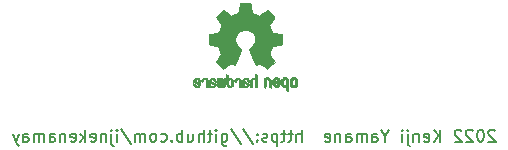
<source format=gbr>
%TF.GenerationSoftware,KiCad,Pcbnew,(5.1.9)-1*%
%TF.CreationDate,2022-02-26T00:47:13+09:00*%
%TF.ProjectId,passivemlt,70617373-6976-4656-9d6c-742e6b696361,rev?*%
%TF.SameCoordinates,Original*%
%TF.FileFunction,Legend,Bot*%
%TF.FilePolarity,Positive*%
%FSLAX46Y46*%
G04 Gerber Fmt 4.6, Leading zero omitted, Abs format (unit mm)*
G04 Created by KiCad (PCBNEW (5.1.9)-1) date 2022-02-26 00:47:13*
%MOMM*%
%LPD*%
G01*
G04 APERTURE LIST*
%ADD10C,0.150000*%
%ADD11C,0.010000*%
G04 APERTURE END LIST*
D10*
X165340952Y-97617619D02*
X165293333Y-97570000D01*
X165198095Y-97522380D01*
X164960000Y-97522380D01*
X164864761Y-97570000D01*
X164817142Y-97617619D01*
X164769523Y-97712857D01*
X164769523Y-97808095D01*
X164817142Y-97950952D01*
X165388571Y-98522380D01*
X164769523Y-98522380D01*
X164150476Y-97522380D02*
X164055238Y-97522380D01*
X163960000Y-97570000D01*
X163912380Y-97617619D01*
X163864761Y-97712857D01*
X163817142Y-97903333D01*
X163817142Y-98141428D01*
X163864761Y-98331904D01*
X163912380Y-98427142D01*
X163960000Y-98474761D01*
X164055238Y-98522380D01*
X164150476Y-98522380D01*
X164245714Y-98474761D01*
X164293333Y-98427142D01*
X164340952Y-98331904D01*
X164388571Y-98141428D01*
X164388571Y-97903333D01*
X164340952Y-97712857D01*
X164293333Y-97617619D01*
X164245714Y-97570000D01*
X164150476Y-97522380D01*
X163436190Y-97617619D02*
X163388571Y-97570000D01*
X163293333Y-97522380D01*
X163055238Y-97522380D01*
X162960000Y-97570000D01*
X162912380Y-97617619D01*
X162864761Y-97712857D01*
X162864761Y-97808095D01*
X162912380Y-97950952D01*
X163483809Y-98522380D01*
X162864761Y-98522380D01*
X162483809Y-97617619D02*
X162436190Y-97570000D01*
X162340952Y-97522380D01*
X162102857Y-97522380D01*
X162007619Y-97570000D01*
X161960000Y-97617619D01*
X161912380Y-97712857D01*
X161912380Y-97808095D01*
X161960000Y-97950952D01*
X162531428Y-98522380D01*
X161912380Y-98522380D01*
X160721904Y-98522380D02*
X160721904Y-97522380D01*
X160150476Y-98522380D02*
X160579047Y-97950952D01*
X160150476Y-97522380D02*
X160721904Y-98093809D01*
X159340952Y-98474761D02*
X159436190Y-98522380D01*
X159626666Y-98522380D01*
X159721904Y-98474761D01*
X159769523Y-98379523D01*
X159769523Y-97998571D01*
X159721904Y-97903333D01*
X159626666Y-97855714D01*
X159436190Y-97855714D01*
X159340952Y-97903333D01*
X159293333Y-97998571D01*
X159293333Y-98093809D01*
X159769523Y-98189047D01*
X158864761Y-97855714D02*
X158864761Y-98522380D01*
X158864761Y-97950952D02*
X158817142Y-97903333D01*
X158721904Y-97855714D01*
X158579047Y-97855714D01*
X158483809Y-97903333D01*
X158436190Y-97998571D01*
X158436190Y-98522380D01*
X157960000Y-97855714D02*
X157960000Y-98712857D01*
X158007619Y-98808095D01*
X158102857Y-98855714D01*
X158150476Y-98855714D01*
X157960000Y-97522380D02*
X158007619Y-97570000D01*
X157960000Y-97617619D01*
X157912380Y-97570000D01*
X157960000Y-97522380D01*
X157960000Y-97617619D01*
X157483809Y-98522380D02*
X157483809Y-97855714D01*
X157483809Y-97522380D02*
X157531428Y-97570000D01*
X157483809Y-97617619D01*
X157436190Y-97570000D01*
X157483809Y-97522380D01*
X157483809Y-97617619D01*
X156055238Y-98046190D02*
X156055238Y-98522380D01*
X156388571Y-97522380D02*
X156055238Y-98046190D01*
X155721904Y-97522380D01*
X154960000Y-98522380D02*
X154960000Y-97998571D01*
X155007619Y-97903333D01*
X155102857Y-97855714D01*
X155293333Y-97855714D01*
X155388571Y-97903333D01*
X154960000Y-98474761D02*
X155055238Y-98522380D01*
X155293333Y-98522380D01*
X155388571Y-98474761D01*
X155436190Y-98379523D01*
X155436190Y-98284285D01*
X155388571Y-98189047D01*
X155293333Y-98141428D01*
X155055238Y-98141428D01*
X154960000Y-98093809D01*
X154483809Y-98522380D02*
X154483809Y-97855714D01*
X154483809Y-97950952D02*
X154436190Y-97903333D01*
X154340952Y-97855714D01*
X154198095Y-97855714D01*
X154102857Y-97903333D01*
X154055238Y-97998571D01*
X154055238Y-98522380D01*
X154055238Y-97998571D02*
X154007619Y-97903333D01*
X153912380Y-97855714D01*
X153769523Y-97855714D01*
X153674285Y-97903333D01*
X153626666Y-97998571D01*
X153626666Y-98522380D01*
X152721904Y-98522380D02*
X152721904Y-97998571D01*
X152769523Y-97903333D01*
X152864761Y-97855714D01*
X153055238Y-97855714D01*
X153150476Y-97903333D01*
X152721904Y-98474761D02*
X152817142Y-98522380D01*
X153055238Y-98522380D01*
X153150476Y-98474761D01*
X153198095Y-98379523D01*
X153198095Y-98284285D01*
X153150476Y-98189047D01*
X153055238Y-98141428D01*
X152817142Y-98141428D01*
X152721904Y-98093809D01*
X152245714Y-97855714D02*
X152245714Y-98522380D01*
X152245714Y-97950952D02*
X152198095Y-97903333D01*
X152102857Y-97855714D01*
X151960000Y-97855714D01*
X151864761Y-97903333D01*
X151817142Y-97998571D01*
X151817142Y-98522380D01*
X150960000Y-98474761D02*
X151055238Y-98522380D01*
X151245714Y-98522380D01*
X151340952Y-98474761D01*
X151388571Y-98379523D01*
X151388571Y-97998571D01*
X151340952Y-97903333D01*
X151245714Y-97855714D01*
X151055238Y-97855714D01*
X150960000Y-97903333D01*
X150912380Y-97998571D01*
X150912380Y-98093809D01*
X151388571Y-98189047D01*
X148960000Y-98522380D02*
X148960000Y-97522380D01*
X148531428Y-98522380D02*
X148531428Y-97998571D01*
X148579047Y-97903333D01*
X148674285Y-97855714D01*
X148817142Y-97855714D01*
X148912380Y-97903333D01*
X148960000Y-97950952D01*
X148198095Y-97855714D02*
X147817142Y-97855714D01*
X148055238Y-97522380D02*
X148055238Y-98379523D01*
X148007619Y-98474761D01*
X147912380Y-98522380D01*
X147817142Y-98522380D01*
X147626666Y-97855714D02*
X147245714Y-97855714D01*
X147483809Y-97522380D02*
X147483809Y-98379523D01*
X147436190Y-98474761D01*
X147340952Y-98522380D01*
X147245714Y-98522380D01*
X146912380Y-97855714D02*
X146912380Y-98855714D01*
X146912380Y-97903333D02*
X146817142Y-97855714D01*
X146626666Y-97855714D01*
X146531428Y-97903333D01*
X146483809Y-97950952D01*
X146436190Y-98046190D01*
X146436190Y-98331904D01*
X146483809Y-98427142D01*
X146531428Y-98474761D01*
X146626666Y-98522380D01*
X146817142Y-98522380D01*
X146912380Y-98474761D01*
X146055238Y-98474761D02*
X145960000Y-98522380D01*
X145769523Y-98522380D01*
X145674285Y-98474761D01*
X145626666Y-98379523D01*
X145626666Y-98331904D01*
X145674285Y-98236666D01*
X145769523Y-98189047D01*
X145912380Y-98189047D01*
X146007619Y-98141428D01*
X146055238Y-98046190D01*
X146055238Y-97998571D01*
X146007619Y-97903333D01*
X145912380Y-97855714D01*
X145769523Y-97855714D01*
X145674285Y-97903333D01*
X145198095Y-98427142D02*
X145150476Y-98474761D01*
X145198095Y-98522380D01*
X145245714Y-98474761D01*
X145198095Y-98427142D01*
X145198095Y-98522380D01*
X145198095Y-97903333D02*
X145150476Y-97950952D01*
X145198095Y-97998571D01*
X145245714Y-97950952D01*
X145198095Y-97903333D01*
X145198095Y-97998571D01*
X144007619Y-97474761D02*
X144864761Y-98760476D01*
X142960000Y-97474761D02*
X143817142Y-98760476D01*
X142198095Y-97855714D02*
X142198095Y-98665238D01*
X142245714Y-98760476D01*
X142293333Y-98808095D01*
X142388571Y-98855714D01*
X142531428Y-98855714D01*
X142626666Y-98808095D01*
X142198095Y-98474761D02*
X142293333Y-98522380D01*
X142483809Y-98522380D01*
X142579047Y-98474761D01*
X142626666Y-98427142D01*
X142674285Y-98331904D01*
X142674285Y-98046190D01*
X142626666Y-97950952D01*
X142579047Y-97903333D01*
X142483809Y-97855714D01*
X142293333Y-97855714D01*
X142198095Y-97903333D01*
X141721904Y-98522380D02*
X141721904Y-97855714D01*
X141721904Y-97522380D02*
X141769523Y-97570000D01*
X141721904Y-97617619D01*
X141674285Y-97570000D01*
X141721904Y-97522380D01*
X141721904Y-97617619D01*
X141388571Y-97855714D02*
X141007619Y-97855714D01*
X141245714Y-97522380D02*
X141245714Y-98379523D01*
X141198095Y-98474761D01*
X141102857Y-98522380D01*
X141007619Y-98522380D01*
X140674285Y-98522380D02*
X140674285Y-97522380D01*
X140245714Y-98522380D02*
X140245714Y-97998571D01*
X140293333Y-97903333D01*
X140388571Y-97855714D01*
X140531428Y-97855714D01*
X140626666Y-97903333D01*
X140674285Y-97950952D01*
X139340952Y-97855714D02*
X139340952Y-98522380D01*
X139769523Y-97855714D02*
X139769523Y-98379523D01*
X139721904Y-98474761D01*
X139626666Y-98522380D01*
X139483809Y-98522380D01*
X139388571Y-98474761D01*
X139340952Y-98427142D01*
X138864761Y-98522380D02*
X138864761Y-97522380D01*
X138864761Y-97903333D02*
X138769523Y-97855714D01*
X138579047Y-97855714D01*
X138483809Y-97903333D01*
X138436190Y-97950952D01*
X138388571Y-98046190D01*
X138388571Y-98331904D01*
X138436190Y-98427142D01*
X138483809Y-98474761D01*
X138579047Y-98522380D01*
X138769523Y-98522380D01*
X138864761Y-98474761D01*
X137960000Y-98427142D02*
X137912380Y-98474761D01*
X137960000Y-98522380D01*
X138007619Y-98474761D01*
X137960000Y-98427142D01*
X137960000Y-98522380D01*
X137055238Y-98474761D02*
X137150476Y-98522380D01*
X137340952Y-98522380D01*
X137436190Y-98474761D01*
X137483809Y-98427142D01*
X137531428Y-98331904D01*
X137531428Y-98046190D01*
X137483809Y-97950952D01*
X137436190Y-97903333D01*
X137340952Y-97855714D01*
X137150476Y-97855714D01*
X137055238Y-97903333D01*
X136483809Y-98522380D02*
X136579047Y-98474761D01*
X136626666Y-98427142D01*
X136674285Y-98331904D01*
X136674285Y-98046190D01*
X136626666Y-97950952D01*
X136579047Y-97903333D01*
X136483809Y-97855714D01*
X136340952Y-97855714D01*
X136245714Y-97903333D01*
X136198095Y-97950952D01*
X136150476Y-98046190D01*
X136150476Y-98331904D01*
X136198095Y-98427142D01*
X136245714Y-98474761D01*
X136340952Y-98522380D01*
X136483809Y-98522380D01*
X135721904Y-98522380D02*
X135721904Y-97855714D01*
X135721904Y-97950952D02*
X135674285Y-97903333D01*
X135579047Y-97855714D01*
X135436190Y-97855714D01*
X135340952Y-97903333D01*
X135293333Y-97998571D01*
X135293333Y-98522380D01*
X135293333Y-97998571D02*
X135245714Y-97903333D01*
X135150476Y-97855714D01*
X135007619Y-97855714D01*
X134912380Y-97903333D01*
X134864761Y-97998571D01*
X134864761Y-98522380D01*
X133674285Y-97474761D02*
X134531428Y-98760476D01*
X133340952Y-98522380D02*
X133340952Y-97855714D01*
X133340952Y-97522380D02*
X133388571Y-97570000D01*
X133340952Y-97617619D01*
X133293333Y-97570000D01*
X133340952Y-97522380D01*
X133340952Y-97617619D01*
X132864761Y-97855714D02*
X132864761Y-98712857D01*
X132912380Y-98808095D01*
X133007619Y-98855714D01*
X133055238Y-98855714D01*
X132864761Y-97522380D02*
X132912380Y-97570000D01*
X132864761Y-97617619D01*
X132817142Y-97570000D01*
X132864761Y-97522380D01*
X132864761Y-97617619D01*
X132388571Y-97855714D02*
X132388571Y-98522380D01*
X132388571Y-97950952D02*
X132340952Y-97903333D01*
X132245714Y-97855714D01*
X132102857Y-97855714D01*
X132007619Y-97903333D01*
X131960000Y-97998571D01*
X131960000Y-98522380D01*
X131102857Y-98474761D02*
X131198095Y-98522380D01*
X131388571Y-98522380D01*
X131483809Y-98474761D01*
X131531428Y-98379523D01*
X131531428Y-97998571D01*
X131483809Y-97903333D01*
X131388571Y-97855714D01*
X131198095Y-97855714D01*
X131102857Y-97903333D01*
X131055238Y-97998571D01*
X131055238Y-98093809D01*
X131531428Y-98189047D01*
X130626666Y-98522380D02*
X130626666Y-97522380D01*
X130531428Y-98141428D02*
X130245714Y-98522380D01*
X130245714Y-97855714D02*
X130626666Y-98236666D01*
X129436190Y-98474761D02*
X129531428Y-98522380D01*
X129721904Y-98522380D01*
X129817142Y-98474761D01*
X129864761Y-98379523D01*
X129864761Y-97998571D01*
X129817142Y-97903333D01*
X129721904Y-97855714D01*
X129531428Y-97855714D01*
X129436190Y-97903333D01*
X129388571Y-97998571D01*
X129388571Y-98093809D01*
X129864761Y-98189047D01*
X128960000Y-97855714D02*
X128960000Y-98522380D01*
X128960000Y-97950952D02*
X128912380Y-97903333D01*
X128817142Y-97855714D01*
X128674285Y-97855714D01*
X128579047Y-97903333D01*
X128531428Y-97998571D01*
X128531428Y-98522380D01*
X127626666Y-98522380D02*
X127626666Y-97998571D01*
X127674285Y-97903333D01*
X127769523Y-97855714D01*
X127960000Y-97855714D01*
X128055238Y-97903333D01*
X127626666Y-98474761D02*
X127721904Y-98522380D01*
X127960000Y-98522380D01*
X128055238Y-98474761D01*
X128102857Y-98379523D01*
X128102857Y-98284285D01*
X128055238Y-98189047D01*
X127960000Y-98141428D01*
X127721904Y-98141428D01*
X127626666Y-98093809D01*
X127150476Y-98522380D02*
X127150476Y-97855714D01*
X127150476Y-97950952D02*
X127102857Y-97903333D01*
X127007619Y-97855714D01*
X126864761Y-97855714D01*
X126769523Y-97903333D01*
X126721904Y-97998571D01*
X126721904Y-98522380D01*
X126721904Y-97998571D02*
X126674285Y-97903333D01*
X126579047Y-97855714D01*
X126436190Y-97855714D01*
X126340952Y-97903333D01*
X126293333Y-97998571D01*
X126293333Y-98522380D01*
X125388571Y-98522380D02*
X125388571Y-97998571D01*
X125436190Y-97903333D01*
X125531428Y-97855714D01*
X125721904Y-97855714D01*
X125817142Y-97903333D01*
X125388571Y-98474761D02*
X125483809Y-98522380D01*
X125721904Y-98522380D01*
X125817142Y-98474761D01*
X125864761Y-98379523D01*
X125864761Y-98284285D01*
X125817142Y-98189047D01*
X125721904Y-98141428D01*
X125483809Y-98141428D01*
X125388571Y-98093809D01*
X125007619Y-97855714D02*
X124769523Y-98522380D01*
X124531428Y-97855714D02*
X124769523Y-98522380D01*
X124864761Y-98760476D01*
X124912380Y-98808095D01*
X125007619Y-98855714D01*
D11*
%TO.C,REF\u002A\u002A*%
G36*
X147431114Y-93084505D02*
G01*
X147356461Y-93121727D01*
X147290569Y-93190261D01*
X147272423Y-93215648D01*
X147252655Y-93248866D01*
X147239828Y-93284945D01*
X147232490Y-93333098D01*
X147229187Y-93402536D01*
X147228462Y-93494206D01*
X147231737Y-93619830D01*
X147243123Y-93714154D01*
X147264959Y-93784523D01*
X147299581Y-93838286D01*
X147349330Y-93882788D01*
X147352986Y-93885423D01*
X147402015Y-93912377D01*
X147461055Y-93925712D01*
X147536141Y-93929000D01*
X147658205Y-93929000D01*
X147658256Y-94047497D01*
X147659392Y-94113492D01*
X147666314Y-94152202D01*
X147684402Y-94175419D01*
X147719038Y-94194933D01*
X147727355Y-94198920D01*
X147766280Y-94217603D01*
X147796417Y-94229403D01*
X147818826Y-94230422D01*
X147834567Y-94216761D01*
X147844698Y-94184522D01*
X147850277Y-94129804D01*
X147852365Y-94048711D01*
X147852019Y-93937344D01*
X147850300Y-93791802D01*
X147849763Y-93748269D01*
X147847828Y-93598205D01*
X147846096Y-93500042D01*
X147658308Y-93500042D01*
X147657252Y-93583364D01*
X147652562Y-93637880D01*
X147641949Y-93673837D01*
X147623128Y-93701482D01*
X147610350Y-93714965D01*
X147558110Y-93754417D01*
X147511858Y-93757628D01*
X147464133Y-93725049D01*
X147462923Y-93723846D01*
X147443506Y-93698668D01*
X147431693Y-93664447D01*
X147425735Y-93611748D01*
X147423880Y-93531131D01*
X147423846Y-93513271D01*
X147428330Y-93402175D01*
X147442926Y-93325161D01*
X147469350Y-93278147D01*
X147509317Y-93257050D01*
X147532416Y-93254923D01*
X147587238Y-93264900D01*
X147624842Y-93297752D01*
X147647477Y-93357857D01*
X147657394Y-93449598D01*
X147658308Y-93500042D01*
X147846096Y-93500042D01*
X147845778Y-93482060D01*
X147843127Y-93394679D01*
X147839394Y-93330905D01*
X147834093Y-93285582D01*
X147826742Y-93253555D01*
X147816857Y-93229668D01*
X147803954Y-93208764D01*
X147798421Y-93200898D01*
X147725031Y-93126595D01*
X147632240Y-93084467D01*
X147524904Y-93072722D01*
X147431114Y-93084505D01*
G37*
X147431114Y-93084505D02*
X147356461Y-93121727D01*
X147290569Y-93190261D01*
X147272423Y-93215648D01*
X147252655Y-93248866D01*
X147239828Y-93284945D01*
X147232490Y-93333098D01*
X147229187Y-93402536D01*
X147228462Y-93494206D01*
X147231737Y-93619830D01*
X147243123Y-93714154D01*
X147264959Y-93784523D01*
X147299581Y-93838286D01*
X147349330Y-93882788D01*
X147352986Y-93885423D01*
X147402015Y-93912377D01*
X147461055Y-93925712D01*
X147536141Y-93929000D01*
X147658205Y-93929000D01*
X147658256Y-94047497D01*
X147659392Y-94113492D01*
X147666314Y-94152202D01*
X147684402Y-94175419D01*
X147719038Y-94194933D01*
X147727355Y-94198920D01*
X147766280Y-94217603D01*
X147796417Y-94229403D01*
X147818826Y-94230422D01*
X147834567Y-94216761D01*
X147844698Y-94184522D01*
X147850277Y-94129804D01*
X147852365Y-94048711D01*
X147852019Y-93937344D01*
X147850300Y-93791802D01*
X147849763Y-93748269D01*
X147847828Y-93598205D01*
X147846096Y-93500042D01*
X147658308Y-93500042D01*
X147657252Y-93583364D01*
X147652562Y-93637880D01*
X147641949Y-93673837D01*
X147623128Y-93701482D01*
X147610350Y-93714965D01*
X147558110Y-93754417D01*
X147511858Y-93757628D01*
X147464133Y-93725049D01*
X147462923Y-93723846D01*
X147443506Y-93698668D01*
X147431693Y-93664447D01*
X147425735Y-93611748D01*
X147423880Y-93531131D01*
X147423846Y-93513271D01*
X147428330Y-93402175D01*
X147442926Y-93325161D01*
X147469350Y-93278147D01*
X147509317Y-93257050D01*
X147532416Y-93254923D01*
X147587238Y-93264900D01*
X147624842Y-93297752D01*
X147647477Y-93357857D01*
X147657394Y-93449598D01*
X147658308Y-93500042D01*
X147846096Y-93500042D01*
X147845778Y-93482060D01*
X147843127Y-93394679D01*
X147839394Y-93330905D01*
X147834093Y-93285582D01*
X147826742Y-93253555D01*
X147816857Y-93229668D01*
X147803954Y-93208764D01*
X147798421Y-93200898D01*
X147725031Y-93126595D01*
X147632240Y-93084467D01*
X147524904Y-93072722D01*
X147431114Y-93084505D01*
G36*
X145928336Y-93095089D02*
G01*
X145865633Y-93131358D01*
X145822039Y-93167358D01*
X145790155Y-93205075D01*
X145768190Y-93251199D01*
X145754351Y-93312421D01*
X145746847Y-93395431D01*
X145743883Y-93506919D01*
X145743539Y-93587062D01*
X145743539Y-93882065D01*
X145909615Y-93956515D01*
X145919385Y-93633402D01*
X145923421Y-93512729D01*
X145927656Y-93425141D01*
X145932903Y-93364650D01*
X145939975Y-93325268D01*
X145949689Y-93301007D01*
X145962856Y-93285880D01*
X145967081Y-93282606D01*
X146031091Y-93257034D01*
X146095792Y-93267153D01*
X146134308Y-93294000D01*
X146149975Y-93313024D01*
X146160820Y-93337988D01*
X146167712Y-93375834D01*
X146171521Y-93433502D01*
X146173117Y-93517935D01*
X146173385Y-93605928D01*
X146173437Y-93716323D01*
X146175328Y-93794463D01*
X146181655Y-93847165D01*
X146195017Y-93881242D01*
X146218015Y-93903511D01*
X146253246Y-93920787D01*
X146300303Y-93938738D01*
X146351697Y-93958278D01*
X146345579Y-93611485D01*
X146343116Y-93486468D01*
X146340233Y-93394082D01*
X146336102Y-93327881D01*
X146329893Y-93281420D01*
X146320774Y-93248256D01*
X146307917Y-93221944D01*
X146292416Y-93198729D01*
X146217629Y-93124569D01*
X146126372Y-93081684D01*
X146027117Y-93071412D01*
X145928336Y-93095089D01*
G37*
X145928336Y-93095089D02*
X145865633Y-93131358D01*
X145822039Y-93167358D01*
X145790155Y-93205075D01*
X145768190Y-93251199D01*
X145754351Y-93312421D01*
X145746847Y-93395431D01*
X145743883Y-93506919D01*
X145743539Y-93587062D01*
X145743539Y-93882065D01*
X145909615Y-93956515D01*
X145919385Y-93633402D01*
X145923421Y-93512729D01*
X145927656Y-93425141D01*
X145932903Y-93364650D01*
X145939975Y-93325268D01*
X145949689Y-93301007D01*
X145962856Y-93285880D01*
X145967081Y-93282606D01*
X146031091Y-93257034D01*
X146095792Y-93267153D01*
X146134308Y-93294000D01*
X146149975Y-93313024D01*
X146160820Y-93337988D01*
X146167712Y-93375834D01*
X146171521Y-93433502D01*
X146173117Y-93517935D01*
X146173385Y-93605928D01*
X146173437Y-93716323D01*
X146175328Y-93794463D01*
X146181655Y-93847165D01*
X146195017Y-93881242D01*
X146218015Y-93903511D01*
X146253246Y-93920787D01*
X146300303Y-93938738D01*
X146351697Y-93958278D01*
X146345579Y-93611485D01*
X146343116Y-93486468D01*
X146340233Y-93394082D01*
X146336102Y-93327881D01*
X146329893Y-93281420D01*
X146320774Y-93248256D01*
X146307917Y-93221944D01*
X146292416Y-93198729D01*
X146217629Y-93124569D01*
X146126372Y-93081684D01*
X146027117Y-93071412D01*
X145928336Y-93095089D01*
G36*
X148183114Y-93087256D02*
G01*
X148091536Y-93135409D01*
X148023951Y-93212905D01*
X147999943Y-93262727D01*
X147981262Y-93337533D01*
X147971699Y-93432052D01*
X147970792Y-93535210D01*
X147978079Y-93635935D01*
X147993097Y-93723153D01*
X148015385Y-93785791D01*
X148022235Y-93796579D01*
X148103368Y-93877105D01*
X148199734Y-93925336D01*
X148304299Y-93939450D01*
X148410032Y-93917629D01*
X148439457Y-93904547D01*
X148496759Y-93864231D01*
X148547050Y-93810775D01*
X148551803Y-93803995D01*
X148571122Y-93771321D01*
X148583892Y-93736394D01*
X148591436Y-93690414D01*
X148595076Y-93624584D01*
X148596135Y-93530105D01*
X148596154Y-93508923D01*
X148596106Y-93502182D01*
X148400769Y-93502182D01*
X148399632Y-93591349D01*
X148395159Y-93650520D01*
X148385754Y-93688741D01*
X148369824Y-93715053D01*
X148361692Y-93723846D01*
X148314942Y-93757261D01*
X148269553Y-93755737D01*
X148223660Y-93726752D01*
X148196288Y-93695809D01*
X148180077Y-93650643D01*
X148170974Y-93579420D01*
X148170349Y-93571114D01*
X148168796Y-93442037D01*
X148185035Y-93346172D01*
X148218848Y-93284107D01*
X148270016Y-93256432D01*
X148288280Y-93254923D01*
X148336240Y-93262513D01*
X148369047Y-93288808D01*
X148389105Y-93339095D01*
X148398822Y-93418664D01*
X148400769Y-93502182D01*
X148596106Y-93502182D01*
X148595426Y-93408249D01*
X148592371Y-93337906D01*
X148585678Y-93289163D01*
X148574040Y-93253288D01*
X148556147Y-93221548D01*
X148552192Y-93215648D01*
X148485733Y-93136104D01*
X148413315Y-93089929D01*
X148325151Y-93071599D01*
X148295213Y-93070703D01*
X148183114Y-93087256D01*
G37*
X148183114Y-93087256D02*
X148091536Y-93135409D01*
X148023951Y-93212905D01*
X147999943Y-93262727D01*
X147981262Y-93337533D01*
X147971699Y-93432052D01*
X147970792Y-93535210D01*
X147978079Y-93635935D01*
X147993097Y-93723153D01*
X148015385Y-93785791D01*
X148022235Y-93796579D01*
X148103368Y-93877105D01*
X148199734Y-93925336D01*
X148304299Y-93939450D01*
X148410032Y-93917629D01*
X148439457Y-93904547D01*
X148496759Y-93864231D01*
X148547050Y-93810775D01*
X148551803Y-93803995D01*
X148571122Y-93771321D01*
X148583892Y-93736394D01*
X148591436Y-93690414D01*
X148595076Y-93624584D01*
X148596135Y-93530105D01*
X148596154Y-93508923D01*
X148596106Y-93502182D01*
X148400769Y-93502182D01*
X148399632Y-93591349D01*
X148395159Y-93650520D01*
X148385754Y-93688741D01*
X148369824Y-93715053D01*
X148361692Y-93723846D01*
X148314942Y-93757261D01*
X148269553Y-93755737D01*
X148223660Y-93726752D01*
X148196288Y-93695809D01*
X148180077Y-93650643D01*
X148170974Y-93579420D01*
X148170349Y-93571114D01*
X148168796Y-93442037D01*
X148185035Y-93346172D01*
X148218848Y-93284107D01*
X148270016Y-93256432D01*
X148288280Y-93254923D01*
X148336240Y-93262513D01*
X148369047Y-93288808D01*
X148389105Y-93339095D01*
X148398822Y-93418664D01*
X148400769Y-93502182D01*
X148596106Y-93502182D01*
X148595426Y-93408249D01*
X148592371Y-93337906D01*
X148585678Y-93289163D01*
X148574040Y-93253288D01*
X148556147Y-93221548D01*
X148552192Y-93215648D01*
X148485733Y-93136104D01*
X148413315Y-93089929D01*
X148325151Y-93071599D01*
X148295213Y-93070703D01*
X148183114Y-93087256D01*
G36*
X146665746Y-93099745D02*
G01*
X146588714Y-93151567D01*
X146529184Y-93226412D01*
X146493622Y-93321654D01*
X146486429Y-93391756D01*
X146487246Y-93421009D01*
X146494086Y-93443407D01*
X146512888Y-93463474D01*
X146549592Y-93485733D01*
X146610138Y-93514709D01*
X146700466Y-93554927D01*
X146700923Y-93555129D01*
X146784067Y-93593210D01*
X146852247Y-93627025D01*
X146898495Y-93652933D01*
X146915842Y-93667295D01*
X146915846Y-93667411D01*
X146900557Y-93698685D01*
X146864804Y-93733157D01*
X146823758Y-93757990D01*
X146802963Y-93762923D01*
X146746230Y-93745862D01*
X146697373Y-93703133D01*
X146673535Y-93656155D01*
X146650603Y-93621522D01*
X146605682Y-93582081D01*
X146552877Y-93548009D01*
X146506290Y-93529480D01*
X146496548Y-93528462D01*
X146485582Y-93545215D01*
X146484921Y-93588039D01*
X146492980Y-93645781D01*
X146508173Y-93707289D01*
X146528914Y-93761409D01*
X146529962Y-93763510D01*
X146592379Y-93850660D01*
X146673274Y-93909939D01*
X146765144Y-93939034D01*
X146860487Y-93935634D01*
X146951802Y-93897428D01*
X146955862Y-93894741D01*
X147027694Y-93829642D01*
X147074927Y-93744705D01*
X147101066Y-93633021D01*
X147104574Y-93601643D01*
X147110787Y-93453536D01*
X147103339Y-93384468D01*
X146915846Y-93384468D01*
X146913410Y-93427552D01*
X146900086Y-93440126D01*
X146866868Y-93430719D01*
X146814506Y-93408483D01*
X146755976Y-93380610D01*
X146754521Y-93379872D01*
X146704911Y-93353777D01*
X146685000Y-93336363D01*
X146689910Y-93318107D01*
X146710584Y-93294120D01*
X146763181Y-93259406D01*
X146819823Y-93256856D01*
X146870631Y-93282119D01*
X146905724Y-93330847D01*
X146915846Y-93384468D01*
X147103339Y-93384468D01*
X147098008Y-93335036D01*
X147065222Y-93241055D01*
X147019579Y-93175215D01*
X146937198Y-93108681D01*
X146846454Y-93075676D01*
X146753815Y-93073573D01*
X146665746Y-93099745D01*
G37*
X146665746Y-93099745D02*
X146588714Y-93151567D01*
X146529184Y-93226412D01*
X146493622Y-93321654D01*
X146486429Y-93391756D01*
X146487246Y-93421009D01*
X146494086Y-93443407D01*
X146512888Y-93463474D01*
X146549592Y-93485733D01*
X146610138Y-93514709D01*
X146700466Y-93554927D01*
X146700923Y-93555129D01*
X146784067Y-93593210D01*
X146852247Y-93627025D01*
X146898495Y-93652933D01*
X146915842Y-93667295D01*
X146915846Y-93667411D01*
X146900557Y-93698685D01*
X146864804Y-93733157D01*
X146823758Y-93757990D01*
X146802963Y-93762923D01*
X146746230Y-93745862D01*
X146697373Y-93703133D01*
X146673535Y-93656155D01*
X146650603Y-93621522D01*
X146605682Y-93582081D01*
X146552877Y-93548009D01*
X146506290Y-93529480D01*
X146496548Y-93528462D01*
X146485582Y-93545215D01*
X146484921Y-93588039D01*
X146492980Y-93645781D01*
X146508173Y-93707289D01*
X146528914Y-93761409D01*
X146529962Y-93763510D01*
X146592379Y-93850660D01*
X146673274Y-93909939D01*
X146765144Y-93939034D01*
X146860487Y-93935634D01*
X146951802Y-93897428D01*
X146955862Y-93894741D01*
X147027694Y-93829642D01*
X147074927Y-93744705D01*
X147101066Y-93633021D01*
X147104574Y-93601643D01*
X147110787Y-93453536D01*
X147103339Y-93384468D01*
X146915846Y-93384468D01*
X146913410Y-93427552D01*
X146900086Y-93440126D01*
X146866868Y-93430719D01*
X146814506Y-93408483D01*
X146755976Y-93380610D01*
X146754521Y-93379872D01*
X146704911Y-93353777D01*
X146685000Y-93336363D01*
X146689910Y-93318107D01*
X146710584Y-93294120D01*
X146763181Y-93259406D01*
X146819823Y-93256856D01*
X146870631Y-93282119D01*
X146905724Y-93330847D01*
X146915846Y-93384468D01*
X147103339Y-93384468D01*
X147098008Y-93335036D01*
X147065222Y-93241055D01*
X147019579Y-93175215D01*
X146937198Y-93108681D01*
X146846454Y-93075676D01*
X146753815Y-93073573D01*
X146665746Y-93099745D01*
G36*
X145040154Y-92992120D02*
G01*
X145034428Y-93071980D01*
X145027851Y-93119039D01*
X145018738Y-93139566D01*
X145005402Y-93139829D01*
X145001077Y-93137378D01*
X144943556Y-93119636D01*
X144868732Y-93120672D01*
X144792661Y-93138910D01*
X144745082Y-93162505D01*
X144696298Y-93200198D01*
X144660636Y-93242855D01*
X144636155Y-93297057D01*
X144620913Y-93369384D01*
X144612970Y-93466419D01*
X144610384Y-93594742D01*
X144610338Y-93619358D01*
X144610308Y-93895870D01*
X144671839Y-93917320D01*
X144715541Y-93931912D01*
X144739518Y-93938706D01*
X144740223Y-93938769D01*
X144742585Y-93920345D01*
X144744594Y-93869526D01*
X144746099Y-93792993D01*
X144746947Y-93697430D01*
X144747077Y-93639329D01*
X144747349Y-93524771D01*
X144748748Y-93442667D01*
X144752151Y-93386393D01*
X144758433Y-93349326D01*
X144768471Y-93324844D01*
X144783139Y-93306325D01*
X144792298Y-93297406D01*
X144855211Y-93261466D01*
X144923864Y-93258775D01*
X144986152Y-93289170D01*
X144997671Y-93300144D01*
X145014567Y-93320779D01*
X145026286Y-93345256D01*
X145033767Y-93380647D01*
X145037946Y-93434026D01*
X145039763Y-93512466D01*
X145040154Y-93620617D01*
X145040154Y-93895870D01*
X145101685Y-93917320D01*
X145145387Y-93931912D01*
X145169364Y-93938706D01*
X145170070Y-93938769D01*
X145171874Y-93920069D01*
X145173500Y-93867322D01*
X145174883Y-93785557D01*
X145175958Y-93679805D01*
X145176660Y-93555094D01*
X145176923Y-93416455D01*
X145176923Y-92881806D01*
X145049923Y-92828236D01*
X145040154Y-92992120D01*
G37*
X145040154Y-92992120D02*
X145034428Y-93071980D01*
X145027851Y-93119039D01*
X145018738Y-93139566D01*
X145005402Y-93139829D01*
X145001077Y-93137378D01*
X144943556Y-93119636D01*
X144868732Y-93120672D01*
X144792661Y-93138910D01*
X144745082Y-93162505D01*
X144696298Y-93200198D01*
X144660636Y-93242855D01*
X144636155Y-93297057D01*
X144620913Y-93369384D01*
X144612970Y-93466419D01*
X144610384Y-93594742D01*
X144610338Y-93619358D01*
X144610308Y-93895870D01*
X144671839Y-93917320D01*
X144715541Y-93931912D01*
X144739518Y-93938706D01*
X144740223Y-93938769D01*
X144742585Y-93920345D01*
X144744594Y-93869526D01*
X144746099Y-93792993D01*
X144746947Y-93697430D01*
X144747077Y-93639329D01*
X144747349Y-93524771D01*
X144748748Y-93442667D01*
X144752151Y-93386393D01*
X144758433Y-93349326D01*
X144768471Y-93324844D01*
X144783139Y-93306325D01*
X144792298Y-93297406D01*
X144855211Y-93261466D01*
X144923864Y-93258775D01*
X144986152Y-93289170D01*
X144997671Y-93300144D01*
X145014567Y-93320779D01*
X145026286Y-93345256D01*
X145033767Y-93380647D01*
X145037946Y-93434026D01*
X145039763Y-93512466D01*
X145040154Y-93620617D01*
X145040154Y-93895870D01*
X145101685Y-93917320D01*
X145145387Y-93931912D01*
X145169364Y-93938706D01*
X145170070Y-93938769D01*
X145171874Y-93920069D01*
X145173500Y-93867322D01*
X145174883Y-93785557D01*
X145175958Y-93679805D01*
X145176660Y-93555094D01*
X145176923Y-93416455D01*
X145176923Y-92881806D01*
X145049923Y-92828236D01*
X145040154Y-92992120D01*
G36*
X144146499Y-93126303D02*
G01*
X144069940Y-93154733D01*
X144069064Y-93155279D01*
X144021715Y-93190127D01*
X143986759Y-93230852D01*
X143962175Y-93283925D01*
X143945938Y-93355814D01*
X143936025Y-93452992D01*
X143930414Y-93581928D01*
X143929923Y-93600298D01*
X143922859Y-93877287D01*
X143982305Y-93908028D01*
X144025319Y-93928802D01*
X144051290Y-93938646D01*
X144052491Y-93938769D01*
X144056986Y-93920606D01*
X144060556Y-93871612D01*
X144062752Y-93800031D01*
X144063231Y-93742068D01*
X144063242Y-93648170D01*
X144067534Y-93589203D01*
X144082497Y-93561079D01*
X144114518Y-93559706D01*
X144169986Y-93580998D01*
X144253731Y-93620136D01*
X144315311Y-93652643D01*
X144346983Y-93680845D01*
X144356294Y-93711582D01*
X144356308Y-93713104D01*
X144340943Y-93766054D01*
X144295453Y-93794660D01*
X144225834Y-93798803D01*
X144175687Y-93798084D01*
X144149246Y-93812527D01*
X144132757Y-93847218D01*
X144123267Y-93891416D01*
X144136943Y-93916493D01*
X144142093Y-93920082D01*
X144190575Y-93934496D01*
X144258469Y-93936537D01*
X144328388Y-93926983D01*
X144377932Y-93909522D01*
X144446430Y-93851364D01*
X144485366Y-93770408D01*
X144493077Y-93707160D01*
X144487193Y-93650111D01*
X144465899Y-93603542D01*
X144423735Y-93562181D01*
X144355241Y-93520755D01*
X144254956Y-93473993D01*
X144248846Y-93471350D01*
X144158510Y-93429617D01*
X144102765Y-93395391D01*
X144078871Y-93364635D01*
X144084087Y-93333311D01*
X144115672Y-93297383D01*
X144125117Y-93289116D01*
X144188383Y-93257058D01*
X144253936Y-93258407D01*
X144311028Y-93289838D01*
X144348907Y-93348024D01*
X144352426Y-93359446D01*
X144386700Y-93414837D01*
X144430191Y-93441518D01*
X144493077Y-93467960D01*
X144493077Y-93399548D01*
X144473948Y-93300110D01*
X144417169Y-93208902D01*
X144387622Y-93178389D01*
X144320458Y-93139228D01*
X144235044Y-93121500D01*
X144146499Y-93126303D01*
G37*
X144146499Y-93126303D02*
X144069940Y-93154733D01*
X144069064Y-93155279D01*
X144021715Y-93190127D01*
X143986759Y-93230852D01*
X143962175Y-93283925D01*
X143945938Y-93355814D01*
X143936025Y-93452992D01*
X143930414Y-93581928D01*
X143929923Y-93600298D01*
X143922859Y-93877287D01*
X143982305Y-93908028D01*
X144025319Y-93928802D01*
X144051290Y-93938646D01*
X144052491Y-93938769D01*
X144056986Y-93920606D01*
X144060556Y-93871612D01*
X144062752Y-93800031D01*
X144063231Y-93742068D01*
X144063242Y-93648170D01*
X144067534Y-93589203D01*
X144082497Y-93561079D01*
X144114518Y-93559706D01*
X144169986Y-93580998D01*
X144253731Y-93620136D01*
X144315311Y-93652643D01*
X144346983Y-93680845D01*
X144356294Y-93711582D01*
X144356308Y-93713104D01*
X144340943Y-93766054D01*
X144295453Y-93794660D01*
X144225834Y-93798803D01*
X144175687Y-93798084D01*
X144149246Y-93812527D01*
X144132757Y-93847218D01*
X144123267Y-93891416D01*
X144136943Y-93916493D01*
X144142093Y-93920082D01*
X144190575Y-93934496D01*
X144258469Y-93936537D01*
X144328388Y-93926983D01*
X144377932Y-93909522D01*
X144446430Y-93851364D01*
X144485366Y-93770408D01*
X144493077Y-93707160D01*
X144487193Y-93650111D01*
X144465899Y-93603542D01*
X144423735Y-93562181D01*
X144355241Y-93520755D01*
X144254956Y-93473993D01*
X144248846Y-93471350D01*
X144158510Y-93429617D01*
X144102765Y-93395391D01*
X144078871Y-93364635D01*
X144084087Y-93333311D01*
X144115672Y-93297383D01*
X144125117Y-93289116D01*
X144188383Y-93257058D01*
X144253936Y-93258407D01*
X144311028Y-93289838D01*
X144348907Y-93348024D01*
X144352426Y-93359446D01*
X144386700Y-93414837D01*
X144430191Y-93441518D01*
X144493077Y-93467960D01*
X144493077Y-93399548D01*
X144473948Y-93300110D01*
X144417169Y-93208902D01*
X144387622Y-93178389D01*
X144320458Y-93139228D01*
X144235044Y-93121500D01*
X144146499Y-93126303D01*
G36*
X143486638Y-93124670D02*
G01*
X143397883Y-93157421D01*
X143325978Y-93215350D01*
X143297856Y-93256128D01*
X143267198Y-93330954D01*
X143267835Y-93385058D01*
X143300013Y-93421446D01*
X143311919Y-93427633D01*
X143363325Y-93446925D01*
X143389578Y-93441982D01*
X143398470Y-93409587D01*
X143398923Y-93391692D01*
X143415203Y-93325859D01*
X143457635Y-93279807D01*
X143516612Y-93257564D01*
X143582525Y-93263161D01*
X143636105Y-93292229D01*
X143654202Y-93308810D01*
X143667029Y-93328925D01*
X143675694Y-93359332D01*
X143681304Y-93406788D01*
X143684965Y-93478050D01*
X143687785Y-93579875D01*
X143688516Y-93612115D01*
X143691180Y-93722410D01*
X143694208Y-93800036D01*
X143698750Y-93851396D01*
X143705954Y-93882890D01*
X143716967Y-93900920D01*
X143732940Y-93911888D01*
X143743166Y-93916733D01*
X143786594Y-93933301D01*
X143812158Y-93938769D01*
X143820605Y-93920507D01*
X143825761Y-93865296D01*
X143827654Y-93772499D01*
X143826311Y-93641478D01*
X143825893Y-93621269D01*
X143822942Y-93501733D01*
X143819452Y-93414449D01*
X143814486Y-93352591D01*
X143807107Y-93309336D01*
X143796376Y-93277860D01*
X143781355Y-93251339D01*
X143773498Y-93239975D01*
X143728447Y-93189692D01*
X143678060Y-93150581D01*
X143671892Y-93147167D01*
X143581542Y-93120212D01*
X143486638Y-93124670D01*
G37*
X143486638Y-93124670D02*
X143397883Y-93157421D01*
X143325978Y-93215350D01*
X143297856Y-93256128D01*
X143267198Y-93330954D01*
X143267835Y-93385058D01*
X143300013Y-93421446D01*
X143311919Y-93427633D01*
X143363325Y-93446925D01*
X143389578Y-93441982D01*
X143398470Y-93409587D01*
X143398923Y-93391692D01*
X143415203Y-93325859D01*
X143457635Y-93279807D01*
X143516612Y-93257564D01*
X143582525Y-93263161D01*
X143636105Y-93292229D01*
X143654202Y-93308810D01*
X143667029Y-93328925D01*
X143675694Y-93359332D01*
X143681304Y-93406788D01*
X143684965Y-93478050D01*
X143687785Y-93579875D01*
X143688516Y-93612115D01*
X143691180Y-93722410D01*
X143694208Y-93800036D01*
X143698750Y-93851396D01*
X143705954Y-93882890D01*
X143716967Y-93900920D01*
X143732940Y-93911888D01*
X143743166Y-93916733D01*
X143786594Y-93933301D01*
X143812158Y-93938769D01*
X143820605Y-93920507D01*
X143825761Y-93865296D01*
X143827654Y-93772499D01*
X143826311Y-93641478D01*
X143825893Y-93621269D01*
X143822942Y-93501733D01*
X143819452Y-93414449D01*
X143814486Y-93352591D01*
X143807107Y-93309336D01*
X143796376Y-93277860D01*
X143781355Y-93251339D01*
X143773498Y-93239975D01*
X143728447Y-93189692D01*
X143678060Y-93150581D01*
X143671892Y-93147167D01*
X143581542Y-93120212D01*
X143486638Y-93124670D01*
G36*
X142597919Y-93280289D02*
G01*
X142598167Y-93426320D01*
X142599128Y-93538655D01*
X142601206Y-93622678D01*
X142604807Y-93683769D01*
X142610335Y-93727309D01*
X142618196Y-93758679D01*
X142628793Y-93783262D01*
X142636818Y-93797294D01*
X142703272Y-93873388D01*
X142787530Y-93921084D01*
X142880751Y-93938199D01*
X142974100Y-93922546D01*
X143029688Y-93894418D01*
X143088043Y-93845760D01*
X143127814Y-93786333D01*
X143151810Y-93708507D01*
X143162839Y-93604652D01*
X143164401Y-93528462D01*
X143164191Y-93522986D01*
X143027692Y-93522986D01*
X143026859Y-93610355D01*
X143023039Y-93668192D01*
X143014254Y-93706029D01*
X142998526Y-93733398D01*
X142979734Y-93754042D01*
X142916625Y-93793890D01*
X142848863Y-93797295D01*
X142784821Y-93764025D01*
X142779836Y-93759517D01*
X142758561Y-93736067D01*
X142745221Y-93708166D01*
X142737999Y-93666641D01*
X142735077Y-93602316D01*
X142734615Y-93531200D01*
X142735617Y-93441858D01*
X142739762Y-93382258D01*
X142748764Y-93343089D01*
X142764333Y-93315040D01*
X142777098Y-93300144D01*
X142836400Y-93262575D01*
X142904699Y-93258057D01*
X142969890Y-93286753D01*
X142982472Y-93297406D01*
X143003889Y-93321063D01*
X143017256Y-93349251D01*
X143024434Y-93391245D01*
X143027281Y-93456319D01*
X143027692Y-93522986D01*
X143164191Y-93522986D01*
X143159678Y-93405765D01*
X143143638Y-93313577D01*
X143113472Y-93244269D01*
X143066371Y-93190211D01*
X143029688Y-93162505D01*
X142963010Y-93132572D01*
X142885728Y-93118678D01*
X142813890Y-93122397D01*
X142773692Y-93137400D01*
X142757918Y-93141670D01*
X142747450Y-93125750D01*
X142740144Y-93083089D01*
X142734615Y-93018106D01*
X142728563Y-92945732D01*
X142720156Y-92902187D01*
X142704859Y-92877287D01*
X142678136Y-92860845D01*
X142661346Y-92853564D01*
X142597846Y-92826963D01*
X142597919Y-93280289D01*
G37*
X142597919Y-93280289D02*
X142598167Y-93426320D01*
X142599128Y-93538655D01*
X142601206Y-93622678D01*
X142604807Y-93683769D01*
X142610335Y-93727309D01*
X142618196Y-93758679D01*
X142628793Y-93783262D01*
X142636818Y-93797294D01*
X142703272Y-93873388D01*
X142787530Y-93921084D01*
X142880751Y-93938199D01*
X142974100Y-93922546D01*
X143029688Y-93894418D01*
X143088043Y-93845760D01*
X143127814Y-93786333D01*
X143151810Y-93708507D01*
X143162839Y-93604652D01*
X143164401Y-93528462D01*
X143164191Y-93522986D01*
X143027692Y-93522986D01*
X143026859Y-93610355D01*
X143023039Y-93668192D01*
X143014254Y-93706029D01*
X142998526Y-93733398D01*
X142979734Y-93754042D01*
X142916625Y-93793890D01*
X142848863Y-93797295D01*
X142784821Y-93764025D01*
X142779836Y-93759517D01*
X142758561Y-93736067D01*
X142745221Y-93708166D01*
X142737999Y-93666641D01*
X142735077Y-93602316D01*
X142734615Y-93531200D01*
X142735617Y-93441858D01*
X142739762Y-93382258D01*
X142748764Y-93343089D01*
X142764333Y-93315040D01*
X142777098Y-93300144D01*
X142836400Y-93262575D01*
X142904699Y-93258057D01*
X142969890Y-93286753D01*
X142982472Y-93297406D01*
X143003889Y-93321063D01*
X143017256Y-93349251D01*
X143024434Y-93391245D01*
X143027281Y-93456319D01*
X143027692Y-93522986D01*
X143164191Y-93522986D01*
X143159678Y-93405765D01*
X143143638Y-93313577D01*
X143113472Y-93244269D01*
X143066371Y-93190211D01*
X143029688Y-93162505D01*
X142963010Y-93132572D01*
X142885728Y-93118678D01*
X142813890Y-93122397D01*
X142773692Y-93137400D01*
X142757918Y-93141670D01*
X142747450Y-93125750D01*
X142740144Y-93083089D01*
X142734615Y-93018106D01*
X142728563Y-92945732D01*
X142720156Y-92902187D01*
X142704859Y-92877287D01*
X142678136Y-92860845D01*
X142661346Y-92853564D01*
X142597846Y-92826963D01*
X142597919Y-93280289D01*
G36*
X141804071Y-93136662D02*
G01*
X141801089Y-93188068D01*
X141798753Y-93266192D01*
X141797251Y-93364857D01*
X141796769Y-93468343D01*
X141796769Y-93818533D01*
X141858599Y-93880363D01*
X141901207Y-93918462D01*
X141938610Y-93933895D01*
X141989730Y-93932918D01*
X142010022Y-93930433D01*
X142073446Y-93923200D01*
X142125905Y-93919055D01*
X142138692Y-93918672D01*
X142181801Y-93921176D01*
X142243456Y-93927462D01*
X142267362Y-93930433D01*
X142326078Y-93935028D01*
X142365536Y-93925046D01*
X142404662Y-93894228D01*
X142418785Y-93880363D01*
X142480615Y-93818533D01*
X142480615Y-93163503D01*
X142430850Y-93140829D01*
X142387998Y-93124034D01*
X142362927Y-93118154D01*
X142356499Y-93136736D01*
X142350491Y-93188655D01*
X142345303Y-93268172D01*
X142341336Y-93369546D01*
X142339423Y-93455192D01*
X142334077Y-93792231D01*
X142287440Y-93798825D01*
X142245024Y-93794214D01*
X142224240Y-93779287D01*
X142218430Y-93751377D01*
X142213470Y-93691925D01*
X142209754Y-93608466D01*
X142207676Y-93508532D01*
X142207376Y-93457104D01*
X142207077Y-93161054D01*
X142145546Y-93139604D01*
X142101996Y-93125020D01*
X142078306Y-93118219D01*
X142077623Y-93118154D01*
X142075246Y-93136642D01*
X142072634Y-93187906D01*
X142070005Y-93265649D01*
X142067579Y-93363574D01*
X142065885Y-93455192D01*
X142060539Y-93792231D01*
X141943308Y-93792231D01*
X141937928Y-93484746D01*
X141932549Y-93177261D01*
X141875399Y-93147707D01*
X141833203Y-93127413D01*
X141808230Y-93118204D01*
X141807509Y-93118154D01*
X141804071Y-93136662D01*
G37*
X141804071Y-93136662D02*
X141801089Y-93188068D01*
X141798753Y-93266192D01*
X141797251Y-93364857D01*
X141796769Y-93468343D01*
X141796769Y-93818533D01*
X141858599Y-93880363D01*
X141901207Y-93918462D01*
X141938610Y-93933895D01*
X141989730Y-93932918D01*
X142010022Y-93930433D01*
X142073446Y-93923200D01*
X142125905Y-93919055D01*
X142138692Y-93918672D01*
X142181801Y-93921176D01*
X142243456Y-93927462D01*
X142267362Y-93930433D01*
X142326078Y-93935028D01*
X142365536Y-93925046D01*
X142404662Y-93894228D01*
X142418785Y-93880363D01*
X142480615Y-93818533D01*
X142480615Y-93163503D01*
X142430850Y-93140829D01*
X142387998Y-93124034D01*
X142362927Y-93118154D01*
X142356499Y-93136736D01*
X142350491Y-93188655D01*
X142345303Y-93268172D01*
X142341336Y-93369546D01*
X142339423Y-93455192D01*
X142334077Y-93792231D01*
X142287440Y-93798825D01*
X142245024Y-93794214D01*
X142224240Y-93779287D01*
X142218430Y-93751377D01*
X142213470Y-93691925D01*
X142209754Y-93608466D01*
X142207676Y-93508532D01*
X142207376Y-93457104D01*
X142207077Y-93161054D01*
X142145546Y-93139604D01*
X142101996Y-93125020D01*
X142078306Y-93118219D01*
X142077623Y-93118154D01*
X142075246Y-93136642D01*
X142072634Y-93187906D01*
X142070005Y-93265649D01*
X142067579Y-93363574D01*
X142065885Y-93455192D01*
X142060539Y-93792231D01*
X141943308Y-93792231D01*
X141937928Y-93484746D01*
X141932549Y-93177261D01*
X141875399Y-93147707D01*
X141833203Y-93127413D01*
X141808230Y-93118204D01*
X141807509Y-93118154D01*
X141804071Y-93136662D01*
G36*
X141312667Y-93133528D02*
G01*
X141256410Y-93159117D01*
X141212253Y-93190124D01*
X141179899Y-93224795D01*
X141157562Y-93269520D01*
X141143454Y-93330692D01*
X141135789Y-93414701D01*
X141132780Y-93527940D01*
X141132462Y-93602509D01*
X141132462Y-93893420D01*
X141182227Y-93916095D01*
X141221424Y-93932667D01*
X141240843Y-93938769D01*
X141244558Y-93920610D01*
X141247505Y-93871648D01*
X141249309Y-93800153D01*
X141249692Y-93743385D01*
X141251339Y-93661371D01*
X141255778Y-93596309D01*
X141262260Y-93556467D01*
X141267410Y-93548000D01*
X141302023Y-93556646D01*
X141356360Y-93578823D01*
X141419278Y-93608886D01*
X141479632Y-93641192D01*
X141526279Y-93670098D01*
X141548074Y-93689961D01*
X141548161Y-93690175D01*
X141546286Y-93726935D01*
X141529475Y-93762026D01*
X141499961Y-93790528D01*
X141456884Y-93800061D01*
X141420068Y-93798950D01*
X141367926Y-93798133D01*
X141340556Y-93810349D01*
X141324118Y-93842624D01*
X141322045Y-93848710D01*
X141314919Y-93894739D01*
X141333976Y-93922687D01*
X141383647Y-93936007D01*
X141437303Y-93938470D01*
X141533858Y-93920210D01*
X141583841Y-93894131D01*
X141645571Y-93832868D01*
X141678310Y-93757670D01*
X141681247Y-93678211D01*
X141653576Y-93604167D01*
X141611953Y-93557769D01*
X141570396Y-93531793D01*
X141505078Y-93498907D01*
X141428962Y-93465557D01*
X141416274Y-93460461D01*
X141332667Y-93423565D01*
X141284470Y-93391046D01*
X141268970Y-93358718D01*
X141283450Y-93322394D01*
X141308308Y-93294000D01*
X141367061Y-93259039D01*
X141431707Y-93256417D01*
X141490992Y-93283358D01*
X141533661Y-93337088D01*
X141539261Y-93350950D01*
X141571867Y-93401936D01*
X141619470Y-93439787D01*
X141679539Y-93470850D01*
X141679539Y-93382768D01*
X141676003Y-93328951D01*
X141660844Y-93286534D01*
X141627232Y-93241279D01*
X141594965Y-93206420D01*
X141544791Y-93157062D01*
X141505807Y-93130547D01*
X141463936Y-93119911D01*
X141416540Y-93118154D01*
X141312667Y-93133528D01*
G37*
X141312667Y-93133528D02*
X141256410Y-93159117D01*
X141212253Y-93190124D01*
X141179899Y-93224795D01*
X141157562Y-93269520D01*
X141143454Y-93330692D01*
X141135789Y-93414701D01*
X141132780Y-93527940D01*
X141132462Y-93602509D01*
X141132462Y-93893420D01*
X141182227Y-93916095D01*
X141221424Y-93932667D01*
X141240843Y-93938769D01*
X141244558Y-93920610D01*
X141247505Y-93871648D01*
X141249309Y-93800153D01*
X141249692Y-93743385D01*
X141251339Y-93661371D01*
X141255778Y-93596309D01*
X141262260Y-93556467D01*
X141267410Y-93548000D01*
X141302023Y-93556646D01*
X141356360Y-93578823D01*
X141419278Y-93608886D01*
X141479632Y-93641192D01*
X141526279Y-93670098D01*
X141548074Y-93689961D01*
X141548161Y-93690175D01*
X141546286Y-93726935D01*
X141529475Y-93762026D01*
X141499961Y-93790528D01*
X141456884Y-93800061D01*
X141420068Y-93798950D01*
X141367926Y-93798133D01*
X141340556Y-93810349D01*
X141324118Y-93842624D01*
X141322045Y-93848710D01*
X141314919Y-93894739D01*
X141333976Y-93922687D01*
X141383647Y-93936007D01*
X141437303Y-93938470D01*
X141533858Y-93920210D01*
X141583841Y-93894131D01*
X141645571Y-93832868D01*
X141678310Y-93757670D01*
X141681247Y-93678211D01*
X141653576Y-93604167D01*
X141611953Y-93557769D01*
X141570396Y-93531793D01*
X141505078Y-93498907D01*
X141428962Y-93465557D01*
X141416274Y-93460461D01*
X141332667Y-93423565D01*
X141284470Y-93391046D01*
X141268970Y-93358718D01*
X141283450Y-93322394D01*
X141308308Y-93294000D01*
X141367061Y-93259039D01*
X141431707Y-93256417D01*
X141490992Y-93283358D01*
X141533661Y-93337088D01*
X141539261Y-93350950D01*
X141571867Y-93401936D01*
X141619470Y-93439787D01*
X141679539Y-93470850D01*
X141679539Y-93382768D01*
X141676003Y-93328951D01*
X141660844Y-93286534D01*
X141627232Y-93241279D01*
X141594965Y-93206420D01*
X141544791Y-93157062D01*
X141505807Y-93130547D01*
X141463936Y-93119911D01*
X141416540Y-93118154D01*
X141312667Y-93133528D01*
G36*
X140629193Y-93136782D02*
G01*
X140605839Y-93146988D01*
X140550098Y-93191134D01*
X140502431Y-93254967D01*
X140472952Y-93323087D01*
X140468154Y-93356670D01*
X140484240Y-93403556D01*
X140519525Y-93428365D01*
X140557356Y-93443387D01*
X140574679Y-93446155D01*
X140583114Y-93426066D01*
X140599770Y-93382351D01*
X140607077Y-93362598D01*
X140648052Y-93294271D01*
X140707378Y-93260191D01*
X140783448Y-93261239D01*
X140789082Y-93262581D01*
X140829695Y-93281836D01*
X140859552Y-93319375D01*
X140879945Y-93379809D01*
X140892164Y-93467751D01*
X140897500Y-93587813D01*
X140898000Y-93651698D01*
X140898248Y-93752403D01*
X140899874Y-93821054D01*
X140904199Y-93864673D01*
X140912546Y-93890282D01*
X140926235Y-93904903D01*
X140946589Y-93915558D01*
X140947766Y-93916095D01*
X140986962Y-93932667D01*
X141006381Y-93938769D01*
X141009365Y-93920319D01*
X141011919Y-93869323D01*
X141013860Y-93792308D01*
X141015003Y-93695805D01*
X141015231Y-93625184D01*
X141014068Y-93488525D01*
X141009521Y-93384851D01*
X141000001Y-93308108D01*
X140983919Y-93252246D01*
X140959687Y-93211212D01*
X140925714Y-93178954D01*
X140892167Y-93156440D01*
X140811501Y-93126476D01*
X140717619Y-93119718D01*
X140629193Y-93136782D01*
G37*
X140629193Y-93136782D02*
X140605839Y-93146988D01*
X140550098Y-93191134D01*
X140502431Y-93254967D01*
X140472952Y-93323087D01*
X140468154Y-93356670D01*
X140484240Y-93403556D01*
X140519525Y-93428365D01*
X140557356Y-93443387D01*
X140574679Y-93446155D01*
X140583114Y-93426066D01*
X140599770Y-93382351D01*
X140607077Y-93362598D01*
X140648052Y-93294271D01*
X140707378Y-93260191D01*
X140783448Y-93261239D01*
X140789082Y-93262581D01*
X140829695Y-93281836D01*
X140859552Y-93319375D01*
X140879945Y-93379809D01*
X140892164Y-93467751D01*
X140897500Y-93587813D01*
X140898000Y-93651698D01*
X140898248Y-93752403D01*
X140899874Y-93821054D01*
X140904199Y-93864673D01*
X140912546Y-93890282D01*
X140926235Y-93904903D01*
X140946589Y-93915558D01*
X140947766Y-93916095D01*
X140986962Y-93932667D01*
X141006381Y-93938769D01*
X141009365Y-93920319D01*
X141011919Y-93869323D01*
X141013860Y-93792308D01*
X141015003Y-93695805D01*
X141015231Y-93625184D01*
X141014068Y-93488525D01*
X141009521Y-93384851D01*
X141000001Y-93308108D01*
X140983919Y-93252246D01*
X140959687Y-93211212D01*
X140925714Y-93178954D01*
X140892167Y-93156440D01*
X140811501Y-93126476D01*
X140717619Y-93119718D01*
X140629193Y-93136782D01*
G36*
X139954776Y-93147838D02*
G01*
X139877472Y-93198361D01*
X139840186Y-93243590D01*
X139810647Y-93325663D01*
X139808301Y-93390607D01*
X139813615Y-93477445D01*
X140013885Y-93565103D01*
X140111261Y-93609887D01*
X140174887Y-93645913D01*
X140207971Y-93677117D01*
X140213720Y-93707436D01*
X140195342Y-93740805D01*
X140175077Y-93762923D01*
X140116111Y-93798393D01*
X140051976Y-93800879D01*
X139993074Y-93773235D01*
X139949803Y-93718320D01*
X139942064Y-93698928D01*
X139904994Y-93638364D01*
X139862346Y-93612552D01*
X139803846Y-93590471D01*
X139803846Y-93674184D01*
X139809018Y-93731150D01*
X139829277Y-93779189D01*
X139871738Y-93834346D01*
X139878049Y-93841514D01*
X139925280Y-93890585D01*
X139965879Y-93916920D01*
X140016672Y-93929035D01*
X140058780Y-93933003D01*
X140134098Y-93933991D01*
X140187714Y-93921466D01*
X140221162Y-93902869D01*
X140273732Y-93861975D01*
X140310121Y-93817748D01*
X140333150Y-93762126D01*
X140345641Y-93687047D01*
X140350413Y-93584449D01*
X140350794Y-93532376D01*
X140349499Y-93469948D01*
X140231529Y-93469948D01*
X140230161Y-93503438D01*
X140226751Y-93508923D01*
X140204247Y-93501472D01*
X140155818Y-93481753D01*
X140091092Y-93453718D01*
X140077557Y-93447692D01*
X139995756Y-93406096D01*
X139950688Y-93369538D01*
X139940783Y-93335296D01*
X139964474Y-93300648D01*
X139984040Y-93285339D01*
X140054640Y-93254721D01*
X140120720Y-93259780D01*
X140176041Y-93297151D01*
X140214364Y-93363473D01*
X140226651Y-93416116D01*
X140231529Y-93469948D01*
X140349499Y-93469948D01*
X140348270Y-93410720D01*
X140338968Y-93320710D01*
X140320540Y-93255167D01*
X140290640Y-93206912D01*
X140246920Y-93168767D01*
X140227859Y-93156440D01*
X140141274Y-93124336D01*
X140046478Y-93122316D01*
X139954776Y-93147838D01*
G37*
X139954776Y-93147838D02*
X139877472Y-93198361D01*
X139840186Y-93243590D01*
X139810647Y-93325663D01*
X139808301Y-93390607D01*
X139813615Y-93477445D01*
X140013885Y-93565103D01*
X140111261Y-93609887D01*
X140174887Y-93645913D01*
X140207971Y-93677117D01*
X140213720Y-93707436D01*
X140195342Y-93740805D01*
X140175077Y-93762923D01*
X140116111Y-93798393D01*
X140051976Y-93800879D01*
X139993074Y-93773235D01*
X139949803Y-93718320D01*
X139942064Y-93698928D01*
X139904994Y-93638364D01*
X139862346Y-93612552D01*
X139803846Y-93590471D01*
X139803846Y-93674184D01*
X139809018Y-93731150D01*
X139829277Y-93779189D01*
X139871738Y-93834346D01*
X139878049Y-93841514D01*
X139925280Y-93890585D01*
X139965879Y-93916920D01*
X140016672Y-93929035D01*
X140058780Y-93933003D01*
X140134098Y-93933991D01*
X140187714Y-93921466D01*
X140221162Y-93902869D01*
X140273732Y-93861975D01*
X140310121Y-93817748D01*
X140333150Y-93762126D01*
X140345641Y-93687047D01*
X140350413Y-93584449D01*
X140350794Y-93532376D01*
X140349499Y-93469948D01*
X140231529Y-93469948D01*
X140230161Y-93503438D01*
X140226751Y-93508923D01*
X140204247Y-93501472D01*
X140155818Y-93481753D01*
X140091092Y-93453718D01*
X140077557Y-93447692D01*
X139995756Y-93406096D01*
X139950688Y-93369538D01*
X139940783Y-93335296D01*
X139964474Y-93300648D01*
X139984040Y-93285339D01*
X140054640Y-93254721D01*
X140120720Y-93259780D01*
X140176041Y-93297151D01*
X140214364Y-93363473D01*
X140226651Y-93416116D01*
X140231529Y-93469948D01*
X140349499Y-93469948D01*
X140348270Y-93410720D01*
X140338968Y-93320710D01*
X140320540Y-93255167D01*
X140290640Y-93206912D01*
X140246920Y-93168767D01*
X140227859Y-93156440D01*
X140141274Y-93124336D01*
X140046478Y-93122316D01*
X139954776Y-93147838D01*
G36*
X144060122Y-86787776D02*
G01*
X143954388Y-86788355D01*
X143877868Y-86789922D01*
X143825628Y-86792972D01*
X143792737Y-86797996D01*
X143774263Y-86805489D01*
X143765273Y-86815944D01*
X143760837Y-86829853D01*
X143760406Y-86831654D01*
X143753667Y-86864145D01*
X143741192Y-86928252D01*
X143724281Y-87017151D01*
X143704229Y-87124019D01*
X143682336Y-87242033D01*
X143681571Y-87246178D01*
X143659641Y-87361831D01*
X143639123Y-87464014D01*
X143621341Y-87546598D01*
X143607619Y-87603456D01*
X143599282Y-87628458D01*
X143598884Y-87628901D01*
X143574323Y-87641110D01*
X143523685Y-87661456D01*
X143457905Y-87685545D01*
X143457539Y-87685674D01*
X143374683Y-87716818D01*
X143277000Y-87756491D01*
X143184923Y-87796381D01*
X143180566Y-87798353D01*
X143030593Y-87866420D01*
X142698502Y-87639639D01*
X142596626Y-87570504D01*
X142504343Y-87508697D01*
X142426997Y-87457733D01*
X142369936Y-87421127D01*
X142338505Y-87402394D01*
X142335521Y-87401004D01*
X142312679Y-87407190D01*
X142270018Y-87437035D01*
X142205872Y-87491947D01*
X142118579Y-87573334D01*
X142029465Y-87659922D01*
X141943559Y-87745247D01*
X141866673Y-87823108D01*
X141803436Y-87888697D01*
X141758477Y-87937205D01*
X141736424Y-87963825D01*
X141735604Y-87965195D01*
X141733166Y-87983463D01*
X141742350Y-88013295D01*
X141765426Y-88058721D01*
X141804663Y-88123770D01*
X141862330Y-88212470D01*
X141939205Y-88326657D01*
X142007430Y-88427162D01*
X142068418Y-88517303D01*
X142118644Y-88591849D01*
X142154584Y-88645565D01*
X142172713Y-88673218D01*
X142173854Y-88675095D01*
X142171641Y-88701590D01*
X142154862Y-88753086D01*
X142126858Y-88819851D01*
X142116878Y-88841172D01*
X142073328Y-88936159D01*
X142026866Y-89043937D01*
X141989123Y-89137192D01*
X141961927Y-89206406D01*
X141940325Y-89259006D01*
X141927842Y-89286497D01*
X141926291Y-89288616D01*
X141903332Y-89292124D01*
X141849214Y-89301738D01*
X141771132Y-89316089D01*
X141676281Y-89333807D01*
X141571857Y-89353525D01*
X141465056Y-89373874D01*
X141363074Y-89393486D01*
X141273106Y-89410991D01*
X141202347Y-89425022D01*
X141157994Y-89434209D01*
X141147115Y-89436807D01*
X141135878Y-89443218D01*
X141127395Y-89457697D01*
X141121286Y-89485133D01*
X141117168Y-89530411D01*
X141114659Y-89598420D01*
X141113379Y-89694047D01*
X141112946Y-89822180D01*
X141112923Y-89874701D01*
X141112923Y-90301845D01*
X141215500Y-90322091D01*
X141272569Y-90333070D01*
X141357731Y-90349095D01*
X141460628Y-90368233D01*
X141570904Y-90388551D01*
X141601385Y-90394132D01*
X141703145Y-90413917D01*
X141791795Y-90433373D01*
X141859892Y-90450697D01*
X141899996Y-90464088D01*
X141906677Y-90468079D01*
X141923081Y-90496342D01*
X141946601Y-90551109D01*
X141972684Y-90621588D01*
X141977858Y-90636769D01*
X142012044Y-90730896D01*
X142054477Y-90837101D01*
X142096003Y-90932473D01*
X142096208Y-90932916D01*
X142165360Y-91082525D01*
X141710488Y-91751617D01*
X142002500Y-92044116D01*
X142090820Y-92131170D01*
X142171375Y-92207909D01*
X142239640Y-92270237D01*
X142291092Y-92314056D01*
X142321206Y-92335270D01*
X142325526Y-92336616D01*
X142350889Y-92326016D01*
X142402642Y-92296547D01*
X142475132Y-92251705D01*
X142562706Y-92194984D01*
X142657388Y-92131462D01*
X142753484Y-92066668D01*
X142839163Y-92010287D01*
X142908984Y-91965788D01*
X142957506Y-91936639D01*
X142979218Y-91926308D01*
X143005707Y-91935050D01*
X143055938Y-91958087D01*
X143119549Y-91990631D01*
X143126292Y-91994249D01*
X143211954Y-92037210D01*
X143270694Y-92058279D01*
X143307228Y-92058503D01*
X143326269Y-92038928D01*
X143326380Y-92038654D01*
X143335898Y-92015472D01*
X143358597Y-91960441D01*
X143392718Y-91877822D01*
X143436500Y-91771872D01*
X143488184Y-91646852D01*
X143546008Y-91507020D01*
X143602009Y-91371637D01*
X143663553Y-91222234D01*
X143720061Y-91083832D01*
X143769839Y-90960673D01*
X143811194Y-90857002D01*
X143842432Y-90777059D01*
X143861859Y-90725088D01*
X143867846Y-90705692D01*
X143852832Y-90683443D01*
X143813561Y-90647982D01*
X143761193Y-90608887D01*
X143612059Y-90485245D01*
X143495489Y-90343522D01*
X143412882Y-90186704D01*
X143365634Y-90017775D01*
X143355143Y-89839722D01*
X143362769Y-89757539D01*
X143404318Y-89587031D01*
X143475877Y-89436459D01*
X143573005Y-89307309D01*
X143691266Y-89201064D01*
X143826220Y-89119210D01*
X143973429Y-89063232D01*
X144128456Y-89034615D01*
X144286861Y-89034844D01*
X144444206Y-89065405D01*
X144596054Y-89127782D01*
X144737965Y-89223460D01*
X144797197Y-89277572D01*
X144910797Y-89416520D01*
X144989894Y-89568361D01*
X145035014Y-89728667D01*
X145046684Y-89893012D01*
X145025431Y-90056971D01*
X144971780Y-90216118D01*
X144886260Y-90366025D01*
X144769395Y-90502267D01*
X144638807Y-90608887D01*
X144584412Y-90649642D01*
X144545986Y-90684718D01*
X144532154Y-90705726D01*
X144539397Y-90728635D01*
X144559995Y-90783365D01*
X144592254Y-90865672D01*
X144634479Y-90971315D01*
X144684977Y-91096050D01*
X144742052Y-91235636D01*
X144798146Y-91371670D01*
X144860033Y-91521201D01*
X144917356Y-91659767D01*
X144968356Y-91783107D01*
X145011273Y-91886964D01*
X145044347Y-91967080D01*
X145065819Y-92019195D01*
X145073775Y-92038654D01*
X145092571Y-92058423D01*
X145128926Y-92058365D01*
X145187521Y-92037441D01*
X145273032Y-91994613D01*
X145273708Y-91994249D01*
X145338093Y-91961012D01*
X145390139Y-91936802D01*
X145419488Y-91926404D01*
X145420783Y-91926308D01*
X145442876Y-91936855D01*
X145491652Y-91966184D01*
X145561669Y-92010827D01*
X145647486Y-92067314D01*
X145742612Y-92131462D01*
X145839460Y-92196411D01*
X145926747Y-92252896D01*
X145998819Y-92297421D01*
X146050023Y-92326490D01*
X146074474Y-92336616D01*
X146096990Y-92323307D01*
X146142258Y-92286112D01*
X146205756Y-92229128D01*
X146282961Y-92156449D01*
X146369349Y-92072171D01*
X146397601Y-92044016D01*
X146689713Y-91751416D01*
X146467369Y-91425104D01*
X146399798Y-91324897D01*
X146340493Y-91234963D01*
X146292783Y-91160510D01*
X146259993Y-91106751D01*
X146245452Y-91078894D01*
X146245026Y-91076912D01*
X146252692Y-91050655D01*
X146273311Y-90997837D01*
X146303315Y-90927310D01*
X146324375Y-90880093D01*
X146363752Y-90789694D01*
X146400835Y-90698366D01*
X146429585Y-90621200D01*
X146437395Y-90597692D01*
X146459583Y-90534916D01*
X146481273Y-90486411D01*
X146493187Y-90468079D01*
X146519477Y-90456859D01*
X146576858Y-90440954D01*
X146657882Y-90422167D01*
X146755105Y-90402299D01*
X146798615Y-90394132D01*
X146909104Y-90373829D01*
X147015084Y-90354170D01*
X147106199Y-90337088D01*
X147172092Y-90324518D01*
X147184500Y-90322091D01*
X147287077Y-90301845D01*
X147287077Y-89874701D01*
X147286847Y-89734246D01*
X147285901Y-89627979D01*
X147283859Y-89551013D01*
X147280338Y-89498460D01*
X147274957Y-89465433D01*
X147267334Y-89447045D01*
X147257088Y-89438408D01*
X147252885Y-89436807D01*
X147227530Y-89431127D01*
X147171516Y-89419795D01*
X147092036Y-89404179D01*
X146996288Y-89385647D01*
X146891467Y-89365569D01*
X146784768Y-89345312D01*
X146683387Y-89326246D01*
X146594521Y-89309739D01*
X146525363Y-89297159D01*
X146483111Y-89289875D01*
X146473710Y-89288616D01*
X146465193Y-89271763D01*
X146446340Y-89226870D01*
X146420676Y-89162430D01*
X146410877Y-89137192D01*
X146371352Y-89039686D01*
X146324808Y-88931959D01*
X146283123Y-88841172D01*
X146252450Y-88771753D01*
X146232044Y-88714710D01*
X146225232Y-88679777D01*
X146226318Y-88675095D01*
X146240715Y-88652991D01*
X146273588Y-88603831D01*
X146321410Y-88532848D01*
X146380652Y-88445278D01*
X146447785Y-88346357D01*
X146461059Y-88326830D01*
X146538954Y-88211140D01*
X146596213Y-88123044D01*
X146635119Y-88058486D01*
X146657956Y-88013411D01*
X146667006Y-87983763D01*
X146664552Y-87965485D01*
X146664489Y-87965369D01*
X146645173Y-87941361D01*
X146602449Y-87894947D01*
X146540949Y-87830937D01*
X146465302Y-87754145D01*
X146380139Y-87669382D01*
X146370535Y-87659922D01*
X146263210Y-87555989D01*
X146180385Y-87479675D01*
X146120395Y-87429571D01*
X146081577Y-87404270D01*
X146064480Y-87401004D01*
X146039527Y-87415250D01*
X145987745Y-87448156D01*
X145914480Y-87496208D01*
X145825080Y-87555890D01*
X145724889Y-87623688D01*
X145701499Y-87639639D01*
X145369407Y-87866420D01*
X145219435Y-87798353D01*
X145128230Y-87758685D01*
X145030331Y-87718791D01*
X144946169Y-87686983D01*
X144942462Y-87685674D01*
X144876631Y-87661576D01*
X144825884Y-87641200D01*
X144801158Y-87628936D01*
X144801116Y-87628901D01*
X144793271Y-87606734D01*
X144779934Y-87552217D01*
X144762430Y-87471480D01*
X144742083Y-87370650D01*
X144720218Y-87255856D01*
X144718429Y-87246178D01*
X144696496Y-87127904D01*
X144676360Y-87020542D01*
X144659320Y-86930917D01*
X144646672Y-86865851D01*
X144639716Y-86832168D01*
X144639594Y-86831654D01*
X144635361Y-86817325D01*
X144627129Y-86806507D01*
X144609967Y-86798706D01*
X144578942Y-86793429D01*
X144529122Y-86790182D01*
X144455576Y-86788472D01*
X144353371Y-86787807D01*
X144217575Y-86787693D01*
X144200000Y-86787692D01*
X144060122Y-86787776D01*
G37*
X144060122Y-86787776D02*
X143954388Y-86788355D01*
X143877868Y-86789922D01*
X143825628Y-86792972D01*
X143792737Y-86797996D01*
X143774263Y-86805489D01*
X143765273Y-86815944D01*
X143760837Y-86829853D01*
X143760406Y-86831654D01*
X143753667Y-86864145D01*
X143741192Y-86928252D01*
X143724281Y-87017151D01*
X143704229Y-87124019D01*
X143682336Y-87242033D01*
X143681571Y-87246178D01*
X143659641Y-87361831D01*
X143639123Y-87464014D01*
X143621341Y-87546598D01*
X143607619Y-87603456D01*
X143599282Y-87628458D01*
X143598884Y-87628901D01*
X143574323Y-87641110D01*
X143523685Y-87661456D01*
X143457905Y-87685545D01*
X143457539Y-87685674D01*
X143374683Y-87716818D01*
X143277000Y-87756491D01*
X143184923Y-87796381D01*
X143180566Y-87798353D01*
X143030593Y-87866420D01*
X142698502Y-87639639D01*
X142596626Y-87570504D01*
X142504343Y-87508697D01*
X142426997Y-87457733D01*
X142369936Y-87421127D01*
X142338505Y-87402394D01*
X142335521Y-87401004D01*
X142312679Y-87407190D01*
X142270018Y-87437035D01*
X142205872Y-87491947D01*
X142118579Y-87573334D01*
X142029465Y-87659922D01*
X141943559Y-87745247D01*
X141866673Y-87823108D01*
X141803436Y-87888697D01*
X141758477Y-87937205D01*
X141736424Y-87963825D01*
X141735604Y-87965195D01*
X141733166Y-87983463D01*
X141742350Y-88013295D01*
X141765426Y-88058721D01*
X141804663Y-88123770D01*
X141862330Y-88212470D01*
X141939205Y-88326657D01*
X142007430Y-88427162D01*
X142068418Y-88517303D01*
X142118644Y-88591849D01*
X142154584Y-88645565D01*
X142172713Y-88673218D01*
X142173854Y-88675095D01*
X142171641Y-88701590D01*
X142154862Y-88753086D01*
X142126858Y-88819851D01*
X142116878Y-88841172D01*
X142073328Y-88936159D01*
X142026866Y-89043937D01*
X141989123Y-89137192D01*
X141961927Y-89206406D01*
X141940325Y-89259006D01*
X141927842Y-89286497D01*
X141926291Y-89288616D01*
X141903332Y-89292124D01*
X141849214Y-89301738D01*
X141771132Y-89316089D01*
X141676281Y-89333807D01*
X141571857Y-89353525D01*
X141465056Y-89373874D01*
X141363074Y-89393486D01*
X141273106Y-89410991D01*
X141202347Y-89425022D01*
X141157994Y-89434209D01*
X141147115Y-89436807D01*
X141135878Y-89443218D01*
X141127395Y-89457697D01*
X141121286Y-89485133D01*
X141117168Y-89530411D01*
X141114659Y-89598420D01*
X141113379Y-89694047D01*
X141112946Y-89822180D01*
X141112923Y-89874701D01*
X141112923Y-90301845D01*
X141215500Y-90322091D01*
X141272569Y-90333070D01*
X141357731Y-90349095D01*
X141460628Y-90368233D01*
X141570904Y-90388551D01*
X141601385Y-90394132D01*
X141703145Y-90413917D01*
X141791795Y-90433373D01*
X141859892Y-90450697D01*
X141899996Y-90464088D01*
X141906677Y-90468079D01*
X141923081Y-90496342D01*
X141946601Y-90551109D01*
X141972684Y-90621588D01*
X141977858Y-90636769D01*
X142012044Y-90730896D01*
X142054477Y-90837101D01*
X142096003Y-90932473D01*
X142096208Y-90932916D01*
X142165360Y-91082525D01*
X141710488Y-91751617D01*
X142002500Y-92044116D01*
X142090820Y-92131170D01*
X142171375Y-92207909D01*
X142239640Y-92270237D01*
X142291092Y-92314056D01*
X142321206Y-92335270D01*
X142325526Y-92336616D01*
X142350889Y-92326016D01*
X142402642Y-92296547D01*
X142475132Y-92251705D01*
X142562706Y-92194984D01*
X142657388Y-92131462D01*
X142753484Y-92066668D01*
X142839163Y-92010287D01*
X142908984Y-91965788D01*
X142957506Y-91936639D01*
X142979218Y-91926308D01*
X143005707Y-91935050D01*
X143055938Y-91958087D01*
X143119549Y-91990631D01*
X143126292Y-91994249D01*
X143211954Y-92037210D01*
X143270694Y-92058279D01*
X143307228Y-92058503D01*
X143326269Y-92038928D01*
X143326380Y-92038654D01*
X143335898Y-92015472D01*
X143358597Y-91960441D01*
X143392718Y-91877822D01*
X143436500Y-91771872D01*
X143488184Y-91646852D01*
X143546008Y-91507020D01*
X143602009Y-91371637D01*
X143663553Y-91222234D01*
X143720061Y-91083832D01*
X143769839Y-90960673D01*
X143811194Y-90857002D01*
X143842432Y-90777059D01*
X143861859Y-90725088D01*
X143867846Y-90705692D01*
X143852832Y-90683443D01*
X143813561Y-90647982D01*
X143761193Y-90608887D01*
X143612059Y-90485245D01*
X143495489Y-90343522D01*
X143412882Y-90186704D01*
X143365634Y-90017775D01*
X143355143Y-89839722D01*
X143362769Y-89757539D01*
X143404318Y-89587031D01*
X143475877Y-89436459D01*
X143573005Y-89307309D01*
X143691266Y-89201064D01*
X143826220Y-89119210D01*
X143973429Y-89063232D01*
X144128456Y-89034615D01*
X144286861Y-89034844D01*
X144444206Y-89065405D01*
X144596054Y-89127782D01*
X144737965Y-89223460D01*
X144797197Y-89277572D01*
X144910797Y-89416520D01*
X144989894Y-89568361D01*
X145035014Y-89728667D01*
X145046684Y-89893012D01*
X145025431Y-90056971D01*
X144971780Y-90216118D01*
X144886260Y-90366025D01*
X144769395Y-90502267D01*
X144638807Y-90608887D01*
X144584412Y-90649642D01*
X144545986Y-90684718D01*
X144532154Y-90705726D01*
X144539397Y-90728635D01*
X144559995Y-90783365D01*
X144592254Y-90865672D01*
X144634479Y-90971315D01*
X144684977Y-91096050D01*
X144742052Y-91235636D01*
X144798146Y-91371670D01*
X144860033Y-91521201D01*
X144917356Y-91659767D01*
X144968356Y-91783107D01*
X145011273Y-91886964D01*
X145044347Y-91967080D01*
X145065819Y-92019195D01*
X145073775Y-92038654D01*
X145092571Y-92058423D01*
X145128926Y-92058365D01*
X145187521Y-92037441D01*
X145273032Y-91994613D01*
X145273708Y-91994249D01*
X145338093Y-91961012D01*
X145390139Y-91936802D01*
X145419488Y-91926404D01*
X145420783Y-91926308D01*
X145442876Y-91936855D01*
X145491652Y-91966184D01*
X145561669Y-92010827D01*
X145647486Y-92067314D01*
X145742612Y-92131462D01*
X145839460Y-92196411D01*
X145926747Y-92252896D01*
X145998819Y-92297421D01*
X146050023Y-92326490D01*
X146074474Y-92336616D01*
X146096990Y-92323307D01*
X146142258Y-92286112D01*
X146205756Y-92229128D01*
X146282961Y-92156449D01*
X146369349Y-92072171D01*
X146397601Y-92044016D01*
X146689713Y-91751416D01*
X146467369Y-91425104D01*
X146399798Y-91324897D01*
X146340493Y-91234963D01*
X146292783Y-91160510D01*
X146259993Y-91106751D01*
X146245452Y-91078894D01*
X146245026Y-91076912D01*
X146252692Y-91050655D01*
X146273311Y-90997837D01*
X146303315Y-90927310D01*
X146324375Y-90880093D01*
X146363752Y-90789694D01*
X146400835Y-90698366D01*
X146429585Y-90621200D01*
X146437395Y-90597692D01*
X146459583Y-90534916D01*
X146481273Y-90486411D01*
X146493187Y-90468079D01*
X146519477Y-90456859D01*
X146576858Y-90440954D01*
X146657882Y-90422167D01*
X146755105Y-90402299D01*
X146798615Y-90394132D01*
X146909104Y-90373829D01*
X147015084Y-90354170D01*
X147106199Y-90337088D01*
X147172092Y-90324518D01*
X147184500Y-90322091D01*
X147287077Y-90301845D01*
X147287077Y-89874701D01*
X147286847Y-89734246D01*
X147285901Y-89627979D01*
X147283859Y-89551013D01*
X147280338Y-89498460D01*
X147274957Y-89465433D01*
X147267334Y-89447045D01*
X147257088Y-89438408D01*
X147252885Y-89436807D01*
X147227530Y-89431127D01*
X147171516Y-89419795D01*
X147092036Y-89404179D01*
X146996288Y-89385647D01*
X146891467Y-89365569D01*
X146784768Y-89345312D01*
X146683387Y-89326246D01*
X146594521Y-89309739D01*
X146525363Y-89297159D01*
X146483111Y-89289875D01*
X146473710Y-89288616D01*
X146465193Y-89271763D01*
X146446340Y-89226870D01*
X146420676Y-89162430D01*
X146410877Y-89137192D01*
X146371352Y-89039686D01*
X146324808Y-88931959D01*
X146283123Y-88841172D01*
X146252450Y-88771753D01*
X146232044Y-88714710D01*
X146225232Y-88679777D01*
X146226318Y-88675095D01*
X146240715Y-88652991D01*
X146273588Y-88603831D01*
X146321410Y-88532848D01*
X146380652Y-88445278D01*
X146447785Y-88346357D01*
X146461059Y-88326830D01*
X146538954Y-88211140D01*
X146596213Y-88123044D01*
X146635119Y-88058486D01*
X146657956Y-88013411D01*
X146667006Y-87983763D01*
X146664552Y-87965485D01*
X146664489Y-87965369D01*
X146645173Y-87941361D01*
X146602449Y-87894947D01*
X146540949Y-87830937D01*
X146465302Y-87754145D01*
X146380139Y-87669382D01*
X146370535Y-87659922D01*
X146263210Y-87555989D01*
X146180385Y-87479675D01*
X146120395Y-87429571D01*
X146081577Y-87404270D01*
X146064480Y-87401004D01*
X146039527Y-87415250D01*
X145987745Y-87448156D01*
X145914480Y-87496208D01*
X145825080Y-87555890D01*
X145724889Y-87623688D01*
X145701499Y-87639639D01*
X145369407Y-87866420D01*
X145219435Y-87798353D01*
X145128230Y-87758685D01*
X145030331Y-87718791D01*
X144946169Y-87686983D01*
X144942462Y-87685674D01*
X144876631Y-87661576D01*
X144825884Y-87641200D01*
X144801158Y-87628936D01*
X144801116Y-87628901D01*
X144793271Y-87606734D01*
X144779934Y-87552217D01*
X144762430Y-87471480D01*
X144742083Y-87370650D01*
X144720218Y-87255856D01*
X144718429Y-87246178D01*
X144696496Y-87127904D01*
X144676360Y-87020542D01*
X144659320Y-86930917D01*
X144646672Y-86865851D01*
X144639716Y-86832168D01*
X144639594Y-86831654D01*
X144635361Y-86817325D01*
X144627129Y-86806507D01*
X144609967Y-86798706D01*
X144578942Y-86793429D01*
X144529122Y-86790182D01*
X144455576Y-86788472D01*
X144353371Y-86787807D01*
X144217575Y-86787693D01*
X144200000Y-86787692D01*
X144060122Y-86787776D01*
%TD*%
M02*

</source>
